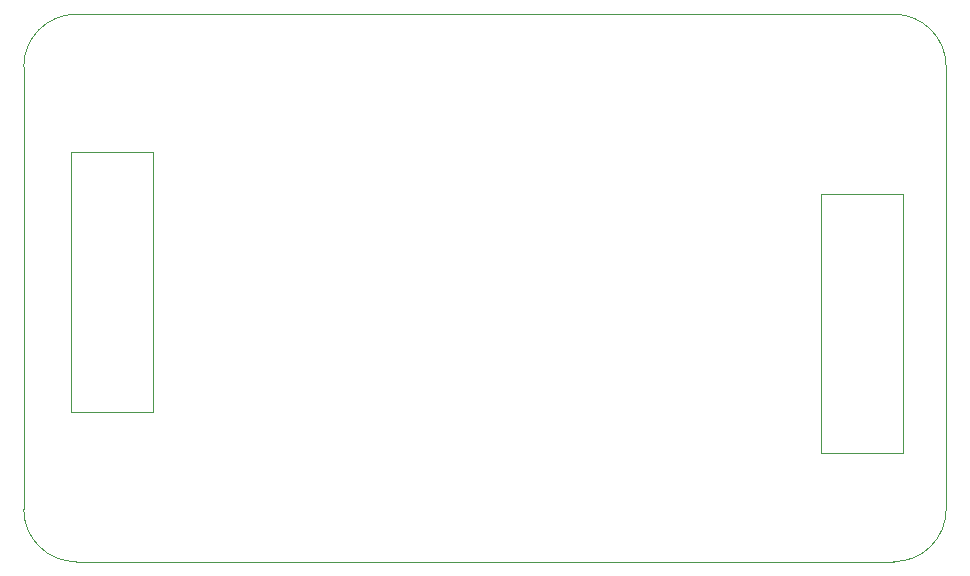
<source format=gbr>
G04 (created by PCBNEW (22-Jun-2014 BZR 4027)-stable) date Mon 25 Jun 2018 12:33:54 AM CDT*
%MOIN*%
G04 Gerber Fmt 3.4, Leading zero omitted, Abs format*
%FSLAX34Y34*%
G01*
G70*
G90*
G04 APERTURE LIST*
%ADD10C,0.00590551*%
%ADD11C,0.00393701*%
G04 APERTURE END LIST*
G54D10*
G54D11*
X98818Y-41141D02*
X98818Y-32480D01*
X101574Y-41141D02*
X98818Y-41141D01*
X101574Y-32480D02*
X101574Y-41141D01*
X98818Y-32480D02*
X101574Y-32480D01*
X73818Y-39763D02*
X73818Y-31102D01*
X76574Y-39763D02*
X73818Y-39763D01*
X76574Y-31102D02*
X76574Y-39763D01*
X73818Y-31102D02*
X76574Y-31102D01*
X74000Y-26500D02*
X101250Y-26500D01*
X72250Y-43000D02*
X72250Y-28250D01*
X101250Y-44750D02*
X74000Y-44750D01*
X103000Y-28250D02*
X103000Y-43000D01*
X101250Y-44750D02*
G75*
G03X103000Y-43000I0J1750D01*
G74*
G01*
X103000Y-28250D02*
G75*
G03X101250Y-26500I-1750J0D01*
G74*
G01*
X72250Y-43000D02*
G75*
G03X74000Y-44750I1750J0D01*
G74*
G01*
X74000Y-26500D02*
G75*
G03X72250Y-28250I0J-1750D01*
G74*
G01*
M02*

</source>
